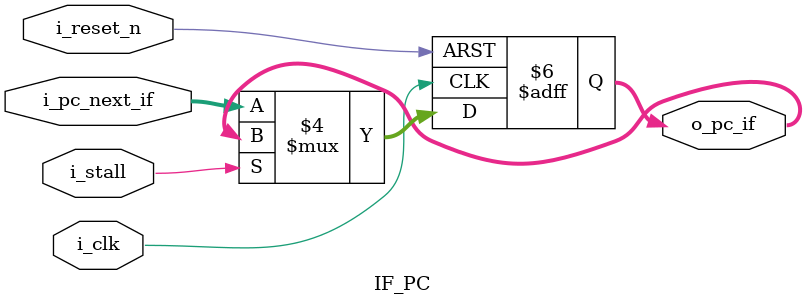
<source format=sv>
module IF_PC(
    input             i_clk       ,
    input             i_reset_n   ,
    input             i_stall     ,
    input reg [31:0]  i_pc_next_if,

    output reg [31:0] o_pc_if     
);
always_ff @(posedge i_clk or negedge i_reset_n) begin
  if(~i_reset_n) begin
    o_pc_if <= 32'b0       ;
  end else if(i_stall) begin
    o_pc_if <= o_pc_if     ;
  end else begin
    o_pc_if <= i_pc_next_if;
  end
end
endmodule
//xrun -gui -access +rwc -sv ../01_bench/tbench.sv -f flist

</source>
